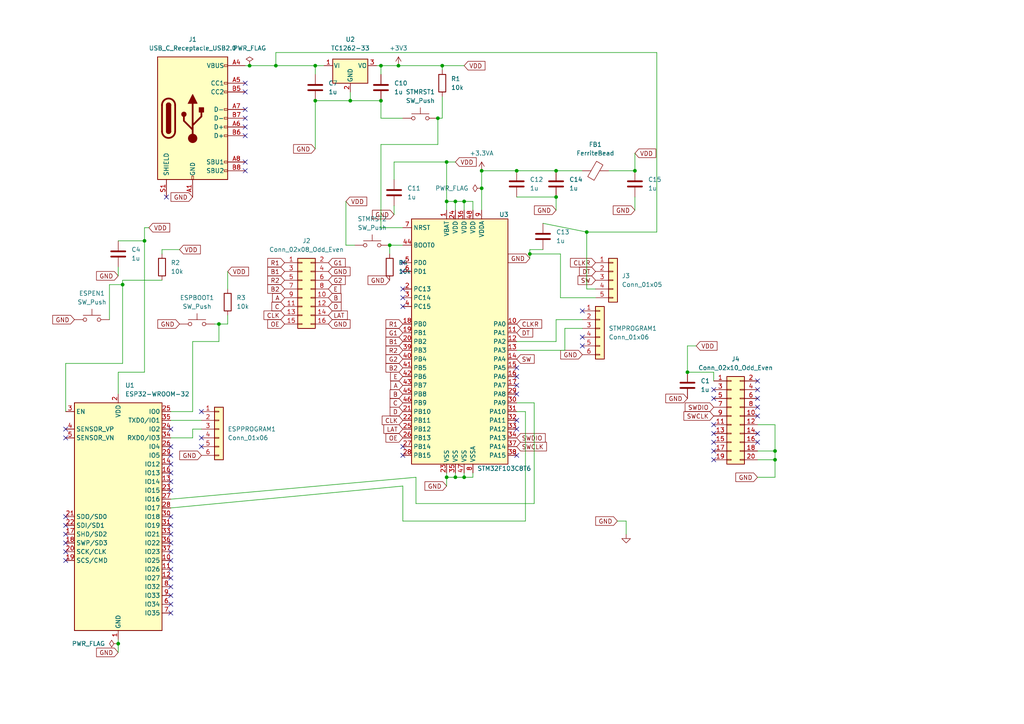
<source format=kicad_sch>
(kicad_sch (version 20211123) (generator eeschema)
  (paper "A4")
  (lib_symbols
    (symbol "Connector:USB_C_Receptacle_USB2.0" (pin_names (offset 1.016))
      (property "Reference" "J" (at -10.16 19.05 0))
      (property "Value" "USB_C_Receptacle_USB2.0" (at 19.05 19.05 0))
      (symbol "USB_C_Receptacle_USB2.0_0_0"
        (rectangle (start -0.254 -17.78) (end 0.254 -16.764))
        (rectangle (start 10.16 -14.986) (end 9.144 -15.494))
        (rectangle (start 10.16 -12.446) (end 9.144 -12.954))
        (rectangle (start 10.16 -4.826) (end 9.144 -5.334))
        (rectangle (start 10.16 -2.286) (end 9.144 -2.794))
        (rectangle (start 10.16 0.254) (end 9.144 -0.254))
        (rectangle (start 10.16 2.794) (end 9.144 2.286))
        (rectangle (start 10.16 7.874) (end 9.144 7.366))
        (rectangle (start 10.16 10.414) (end 9.144 9.906))
        (rectangle (start 10.16 15.494) (end 9.144 14.986))
      )
      (symbol "USB_C_Receptacle_USB2.0_0_1"
        (rectangle (start -10.16 17.78) (end 10.16 -17.78) (stroke (width 0.254)) (fill (type background)))
        (arc (start -8.89 -3.81) (mid -6.985 -5.715) (end -5.08 -3.81) (stroke (width 0.508)))
        (arc (start -7.62 -3.81) (mid -6.985 -4.445) (end -6.35 -3.81) (stroke (width 0.254)))
        (arc (start -7.62 -3.81) (mid -6.985 -4.445) (end -6.35 -3.81) (stroke (width 0.254)) (fill (type outline)))
        (rectangle (start -7.62 -3.81) (end -6.35 3.81) (stroke (width 0.254)) (fill (type outline)))
        (arc (start -6.35 3.81) (mid -6.985 4.445) (end -7.62 3.81) (stroke (width 0.254)))
        (arc (start -6.35 3.81) (mid -6.985 4.445) (end -7.62 3.81) (stroke (width 0.254)) (fill (type outline)))
        (arc (start -5.08 3.81) (mid -6.985 5.715) (end -8.89 3.81) (stroke (width 0.508)))
        (circle (center -2.54 1.143) (radius 0.635) (stroke (width 0.254)) (fill (type outline)))
        (circle (center 0 -5.842) (radius 1.27) (fill (type outline)))
        (polyline (pts (xy -8.89 -3.81) (xy -8.89 3.81)) (stroke (width 0.508)))
        (polyline (pts (xy -5.08 3.81) (xy -5.08 -3.81)) (stroke (width 0.508)))
        (polyline (pts (xy 0 -5.842) (xy 0 4.318)) (stroke (width 0.508)))
        (polyline (pts (xy 0 -3.302) (xy -2.54 -0.762) (xy -2.54 0.508)) (stroke (width 0.508)))
        (polyline (pts (xy 0 -2.032) (xy 2.54 0.508) (xy 2.54 1.778)) (stroke (width 0.508)))
        (polyline (pts (xy -1.27 4.318) (xy 0 6.858) (xy 1.27 4.318) (xy -1.27 4.318)) (stroke (width 0.254)) (fill (type outline)))
        (rectangle (start 1.905 1.778) (end 3.175 3.048) (stroke (width 0.254)) (fill (type outline)))
      )
      (symbol "USB_C_Receptacle_USB2.0_1_1"
        (pin passive line (at 0 -22.86 90) (length 5.08) (name "GND") (number "A1"))
        (pin passive line (at 0 -22.86 90) (length 5.08) hide (name "GND") (number "A12"))
        (pin passive line (at 15.24 15.24 180) (length 5.08) (name "VBUS") (number "A4"))
        (pin bidirectional line (at 15.24 10.16 180) (length 5.08) (name "CC1") (number "A5"))
        (pin bidirectional line (at 15.24 -2.54 180) (length 5.08) (name "D+") (number "A6"))
        (pin bidirectional line (at 15.24 2.54 180) (length 5.08) (name "D-") (number "A7"))
        (pin bidirectional line (at 15.24 -12.7 180) (length 5.08) (name "SBU1") (number "A8"))
        (pin passive line (at 15.24 15.24 180) (length 5.08) hide (name "VBUS") (number "A9"))
        (pin passive line (at 0 -22.86 90) (length 5.08) hide (name "GND") (number "B1"))
        (pin passive line (at 0 -22.86 90) (length 5.08) hide (name "GND") (number "B12"))
        (pin passive line (at 15.24 15.24 180) (length 5.08) hide (name "VBUS") (number "B4"))
        (pin bidirectional line (at 15.24 7.62 180) (length 5.08) (name "CC2") (number "B5"))
        (pin bidirectional line (at 15.24 -5.08 180) (length 5.08) (name "D+") (number "B6"))
        (pin bidirectional line (at 15.24 0 180) (length 5.08) (name "D-") (number "B7"))
        (pin bidirectional line (at 15.24 -15.24 180) (length 5.08) (name "SBU2") (number "B8"))
        (pin passive line (at 15.24 15.24 180) (length 5.08) hide (name "VBUS") (number "B9"))
        (pin passive line (at -7.62 -22.86 90) (length 5.08) (name "SHIELD") (number "S1"))
      )
    )
    (symbol "Connector_Generic:Conn_01x05" (pin_names (offset 1.016) hide)
      (property "Reference" "J" (at 0 7.62 0))
      (property "Value" "Conn_01x05" (at 0 -7.62 0))
      (symbol "Conn_01x05_1_1"
        (rectangle (start -1.27 -4.953) (end 0 -5.207) (stroke (width 0.1524)))
        (rectangle (start -1.27 -2.413) (end 0 -2.667) (stroke (width 0.1524)))
        (rectangle (start -1.27 0.127) (end 0 -0.127) (stroke (width 0.1524)))
        (rectangle (start -1.27 2.667) (end 0 2.413) (stroke (width 0.1524)))
        (rectangle (start -1.27 5.207) (end 0 4.953) (stroke (width 0.1524)))
        (rectangle (start -1.27 6.35) (end 1.27 -6.35) (stroke (width 0.254)) (fill (type background)))
        (pin passive line (at -5.08 5.08 0) (length 3.81) (name "Pin_1") (number "1"))
        (pin passive line (at -5.08 2.54 0) (length 3.81) (name "Pin_2") (number "2"))
        (pin passive line (at -5.08 0 0) (length 3.81) (name "Pin_3") (number "3"))
        (pin passive line (at -5.08 -2.54 0) (length 3.81) (name "Pin_4") (number "4"))
        (pin passive line (at -5.08 -5.08 0) (length 3.81) (name "Pin_5") (number "5"))
      )
    )
    (symbol "Connector_Generic:Conn_01x06" (pin_names (offset 1.016) hide)
      (property "Reference" "J" (at 0 7.62 0))
      (property "Value" "Conn_01x06" (at 0 -10.16 0))
      (symbol "Conn_01x06_1_1"
        (rectangle (start -1.27 -7.493) (end 0 -7.747) (stroke (width 0.1524)))
        (rectangle (start -1.27 -4.953) (end 0 -5.207) (stroke (width 0.1524)))
        (rectangle (start -1.27 -2.413) (end 0 -2.667) (stroke (width 0.1524)))
        (rectangle (start -1.27 0.127) (end 0 -0.127) (stroke (width 0.1524)))
        (rectangle (start -1.27 2.667) (end 0 2.413) (stroke (width 0.1524)))
        (rectangle (start -1.27 5.207) (end 0 4.953) (stroke (width 0.1524)))
        (rectangle (start -1.27 6.35) (end 1.27 -8.89) (stroke (width 0.254)) (fill (type background)))
        (pin passive line (at -5.08 5.08 0) (length 3.81) (name "Pin_1") (number "1"))
        (pin passive line (at -5.08 2.54 0) (length 3.81) (name "Pin_2") (number "2"))
        (pin passive line (at -5.08 0 0) (length 3.81) (name "Pin_3") (number "3"))
        (pin passive line (at -5.08 -2.54 0) (length 3.81) (name "Pin_4") (number "4"))
        (pin passive line (at -5.08 -5.08 0) (length 3.81) (name "Pin_5") (number "5"))
        (pin passive line (at -5.08 -7.62 0) (length 3.81) (name "Pin_6") (number "6"))
      )
    )
    (symbol "Connector_Generic:Conn_02x08_Odd_Even" (pin_names (offset 1.016) hide)
      (property "Reference" "J" (at 1.27 10.16 0))
      (property "Value" "Conn_02x08_Odd_Even" (at 1.27 -12.7 0))
      (symbol "Conn_02x08_Odd_Even_1_1"
        (rectangle (start -1.27 -10.033) (end 0 -10.287) (stroke (width 0.1524)))
        (rectangle (start -1.27 -7.493) (end 0 -7.747) (stroke (width 0.1524)))
        (rectangle (start -1.27 -4.953) (end 0 -5.207) (stroke (width 0.1524)))
        (rectangle (start -1.27 -2.413) (end 0 -2.667) (stroke (width 0.1524)))
        (rectangle (start -1.27 0.127) (end 0 -0.127) (stroke (width 0.1524)))
        (rectangle (start -1.27 2.667) (end 0 2.413) (stroke (width 0.1524)))
        (rectangle (start -1.27 5.207) (end 0 4.953) (stroke (width 0.1524)))
        (rectangle (start -1.27 7.747) (end 0 7.493) (stroke (width 0.1524)))
        (rectangle (start -1.27 8.89) (end 3.81 -11.43) (stroke (width 0.254)) (fill (type background)))
        (rectangle (start 3.81 -10.033) (end 2.54 -10.287) (stroke (width 0.1524)))
        (rectangle (start 3.81 -7.493) (end 2.54 -7.747) (stroke (width 0.1524)))
        (rectangle (start 3.81 -4.953) (end 2.54 -5.207) (stroke (width 0.1524)))
        (rectangle (start 3.81 -2.413) (end 2.54 -2.667) (stroke (width 0.1524)))
        (rectangle (start 3.81 0.127) (end 2.54 -0.127) (stroke (width 0.1524)))
        (rectangle (start 3.81 2.667) (end 2.54 2.413) (stroke (width 0.1524)))
        (rectangle (start 3.81 5.207) (end 2.54 4.953) (stroke (width 0.1524)))
        (rectangle (start 3.81 7.747) (end 2.54 7.493) (stroke (width 0.1524)))
        (pin passive line (at -5.08 7.62 0) (length 3.81) (name "Pin_1") (number "1"))
        (pin passive line (at 7.62 -2.54 180) (length 3.81) (name "Pin_10") (number "10"))
        (pin passive line (at -5.08 -5.08 0) (length 3.81) (name "Pin_11") (number "11"))
        (pin passive line (at 7.62 -5.08 180) (length 3.81) (name "Pin_12") (number "12"))
        (pin passive line (at -5.08 -7.62 0) (length 3.81) (name "Pin_13") (number "13"))
        (pin passive line (at 7.62 -7.62 180) (length 3.81) (name "Pin_14") (number "14"))
        (pin passive line (at -5.08 -10.16 0) (length 3.81) (name "Pin_15") (number "15"))
        (pin passive line (at 7.62 -10.16 180) (length 3.81) (name "Pin_16") (number "16"))
        (pin passive line (at 7.62 7.62 180) (length 3.81) (name "Pin_2") (number "2"))
        (pin passive line (at -5.08 5.08 0) (length 3.81) (name "Pin_3") (number "3"))
        (pin passive line (at 7.62 5.08 180) (length 3.81) (name "Pin_4") (number "4"))
        (pin passive line (at -5.08 2.54 0) (length 3.81) (name "Pin_5") (number "5"))
        (pin passive line (at 7.62 2.54 180) (length 3.81) (name "Pin_6") (number "6"))
        (pin passive line (at -5.08 0 0) (length 3.81) (name "Pin_7") (number "7"))
        (pin passive line (at 7.62 0 180) (length 3.81) (name "Pin_8") (number "8"))
        (pin passive line (at -5.08 -2.54 0) (length 3.81) (name "Pin_9") (number "9"))
      )
    )
    (symbol "Connector_Generic:Conn_02x10_Odd_Even" (pin_names (offset 1.016) hide)
      (property "Reference" "J" (at 1.27 12.7 0))
      (property "Value" "Conn_02x10_Odd_Even" (at 1.27 -15.24 0))
      (symbol "Conn_02x10_Odd_Even_1_1"
        (rectangle (start -1.27 -12.573) (end 0 -12.827) (stroke (width 0.1524)))
        (rectangle (start -1.27 -10.033) (end 0 -10.287) (stroke (width 0.1524)))
        (rectangle (start -1.27 -7.493) (end 0 -7.747) (stroke (width 0.1524)))
        (rectangle (start -1.27 -4.953) (end 0 -5.207) (stroke (width 0.1524)))
        (rectangle (start -1.27 -2.413) (end 0 -2.667) (stroke (width 0.1524)))
        (rectangle (start -1.27 0.127) (end 0 -0.127) (stroke (width 0.1524)))
        (rectangle (start -1.27 2.667) (end 0 2.413) (stroke (width 0.1524)))
        (rectangle (start -1.27 5.207) (end 0 4.953) (stroke (width 0.1524)))
        (rectangle (start -1.27 7.747) (end 0 7.493) (stroke (width 0.1524)))
        (rectangle (start -1.27 10.287) (end 0 10.033) (stroke (width 0.1524)))
        (rectangle (start -1.27 11.43) (end 3.81 -13.97) (stroke (width 0.254)) (fill (type background)))
        (rectangle (start 3.81 -12.573) (end 2.54 -12.827) (stroke (width 0.1524)))
        (rectangle (start 3.81 -10.033) (end 2.54 -10.287) (stroke (width 0.1524)))
        (rectangle (start 3.81 -7.493) (end 2.54 -7.747) (stroke (width 0.1524)))
        (rectangle (start 3.81 -4.953) (end 2.54 -5.207) (stroke (width 0.1524)))
        (rectangle (start 3.81 -2.413) (end 2.54 -2.667) (stroke (width 0.1524)))
        (rectangle (start 3.81 0.127) (end 2.54 -0.127) (stroke (width 0.1524)))
        (rectangle (start 3.81 2.667) (end 2.54 2.413) (stroke (width 0.1524)))
        (rectangle (start 3.81 5.207) (end 2.54 4.953) (stroke (width 0.1524)))
        (rectangle (start 3.81 7.747) (end 2.54 7.493) (stroke (width 0.1524)))
        (rectangle (start 3.81 10.287) (end 2.54 10.033) (stroke (width 0.1524)))
        (pin passive line (at -5.08 10.16 0) (length 3.81) (name "Pin_1") (number "1"))
        (pin passive line (at 7.62 0 180) (length 3.81) (name "Pin_10") (number "10"))
        (pin passive line (at -5.08 -2.54 0) (length 3.81) (name "Pin_11") (number "11"))
        (pin passive line (at 7.62 -2.54 180) (length 3.81) (name "Pin_12") (number "12"))
        (pin passive line (at -5.08 -5.08 0) (length 3.81) (name "Pin_13") (number "13"))
        (pin passive line (at 7.62 -5.08 180) (length 3.81) (name "Pin_14") (number "14"))
        (pin passive line (at -5.08 -7.62 0) (length 3.81) (name "Pin_15") (number "15"))
        (pin passive line (at 7.62 -7.62 180) (length 3.81) (name "Pin_16") (number "16"))
        (pin passive line (at -5.08 -10.16 0) (length 3.81) (name "Pin_17") (number "17"))
        (pin passive line (at 7.62 -10.16 180) (length 3.81) (name "Pin_18") (number "18"))
        (pin passive line (at -5.08 -12.7 0) (length 3.81) (name "Pin_19") (number "19"))
        (pin passive line (at 7.62 10.16 180) (length 3.81) (name "Pin_2") (number "2"))
        (pin passive line (at 7.62 -12.7 180) (length 3.81) (name "Pin_20") (number "20"))
        (pin passive line (at -5.08 7.62 0) (length 3.81) (name "Pin_3") (number "3"))
        (pin passive line (at 7.62 7.62 180) (length 3.81) (name "Pin_4") (number "4"))
        (pin passive line (at -5.08 5.08 0) (length 3.81) (name "Pin_5") (number "5"))
        (pin passive line (at 7.62 5.08 180) (length 3.81) (name "Pin_6") (number "6"))
        (pin passive line (at -5.08 2.54 0) (length 3.81) (name "Pin_7") (number "7"))
        (pin passive line (at 7.62 2.54 180) (length 3.81) (name "Pin_8") (number "8"))
        (pin passive line (at -5.08 0 0) (length 3.81) (name "Pin_9") (number "9"))
      )
    )
    (symbol "Device:C" (pin_numbers hide) (pin_names (offset 0.254))
      (property "Reference" "C" (at 0.635 2.54 0))
      (property "Value" "C" (at 0.635 -2.54 0))
      (symbol "C_0_1"
        (polyline (pts (xy -2.032 -0.762) (xy 2.032 -0.762)) (stroke (width 0.508)))
        (polyline (pts (xy -2.032 0.762) (xy 2.032 0.762)) (stroke (width 0.508)))
      )
      (symbol "C_1_1"
        (pin passive line (at 0 3.81 270) (length 2.794) (name "~") (number "1"))
        (pin passive line (at 0 -3.81 90) (length 2.794) (name "~") (number "2"))
      )
    )
    (symbol "Device:FerriteBead" (pin_numbers hide) (pin_names (offset 0))
      (property "Reference" "FB" (at -3.81 0.635 90))
      (property "Value" "FerriteBead" (at 3.81 0 90))
      (symbol "FerriteBead_0_1"
        (polyline (pts (xy 0 -1.27) (xy 0 -1.2192)))
        (polyline (pts (xy 0 1.27) (xy 0 1.2954)))
        (polyline (pts (xy -2.7686 0.4064) (xy -1.7018 2.2606) (xy 2.7686 -0.3048) (xy 1.6764 -2.159) (xy -2.7686 0.4064)))
      )
      (symbol "FerriteBead_1_1"
        (pin passive line (at 0 3.81 270) (length 2.54) (name "~") (number "1"))
        (pin passive line (at 0 -3.81 90) (length 2.54) (name "~") (number "2"))
      )
    )
    (symbol "Device:R" (pin_numbers hide) (pin_names (offset 0))
      (property "Reference" "R" (at 2.032 0 90))
      (property "Value" "R" (at 0 0 90))
      (symbol "R_0_1"
        (rectangle (start -1.016 -2.54) (end 1.016 2.54) (stroke (width 0.254)))
      )
      (symbol "R_1_1"
        (pin passive line (at 0 3.81 270) (length 1.27) (name "~") (number "1"))
        (pin passive line (at 0 -3.81 90) (length 1.27) (name "~") (number "2"))
      )
    )
    (symbol "MCU_ST_STM32F1:STM32F103C8Tx"
      (property "Reference" "U" (at -15.24 36.83 0))
      (property "Value" "STM32F103C8Tx" (at 7.62 36.83 0))
      (symbol "STM32F103C8Tx_0_1"
        (rectangle (start -15.24 -35.56) (end 12.7 35.56) (stroke (width 0.254)) (fill (type background)))
      )
      (symbol "STM32F103C8Tx_1_1"
        (pin power_in line (at -5.08 38.1 270) (length 2.54) (name "VBAT") (number "1"))
        (pin bidirectional line (at 15.24 5.08 180) (length 2.54) (name "PA0") (number "10"))
        (pin bidirectional line (at 15.24 2.54 180) (length 2.54) (name "PA1") (number "11"))
        (pin bidirectional line (at 15.24 0 180) (length 2.54) (name "PA2") (number "12"))
        (pin bidirectional line (at 15.24 -2.54 180) (length 2.54) (name "PA3") (number "13"))
        (pin bidirectional line (at 15.24 -5.08 180) (length 2.54) (name "PA4") (number "14"))
        (pin bidirectional line (at 15.24 -7.62 180) (length 2.54) (name "PA5") (number "15"))
        (pin bidirectional line (at 15.24 -10.16 180) (length 2.54) (name "PA6") (number "16"))
        (pin bidirectional line (at 15.24 -12.7 180) (length 2.54) (name "PA7") (number "17"))
        (pin bidirectional line (at -17.78 5.08 0) (length 2.54) (name "PB0") (number "18"))
        (pin bidirectional line (at -17.78 2.54 0) (length 2.54) (name "PB1") (number "19"))
        (pin bidirectional line (at -17.78 15.24 0) (length 2.54) (name "PC13") (number "2"))
        (pin bidirectional line (at -17.78 0 0) (length 2.54) (name "PB2") (number "20"))
        (pin bidirectional line (at -17.78 -20.32 0) (length 2.54) (name "PB10") (number "21"))
        (pin bidirectional line (at -17.78 -22.86 0) (length 2.54) (name "PB11") (number "22"))
        (pin power_in line (at -5.08 -38.1 90) (length 2.54) (name "VSS") (number "23"))
        (pin power_in line (at -2.54 38.1 270) (length 2.54) (name "VDD") (number "24"))
        (pin bidirectional line (at -17.78 -25.4 0) (length 2.54) (name "PB12") (number "25"))
        (pin bidirectional line (at -17.78 -27.94 0) (length 2.54) (name "PB13") (number "26"))
        (pin bidirectional line (at -17.78 -30.48 0) (length 2.54) (name "PB14") (number "27"))
        (pin bidirectional line (at -17.78 -33.02 0) (length 2.54) (name "PB15") (number "28"))
        (pin bidirectional line (at 15.24 -15.24 180) (length 2.54) (name "PA8") (number "29"))
        (pin bidirectional line (at -17.78 12.7 0) (length 2.54) (name "PC14") (number "3"))
        (pin bidirectional line (at 15.24 -17.78 180) (length 2.54) (name "PA9") (number "30"))
        (pin bidirectional line (at 15.24 -20.32 180) (length 2.54) (name "PA10") (number "31"))
        (pin bidirectional line (at 15.24 -22.86 180) (length 2.54) (name "PA11") (number "32"))
        (pin bidirectional line (at 15.24 -25.4 180) (length 2.54) (name "PA12") (number "33"))
        (pin bidirectional line (at 15.24 -27.94 180) (length 2.54) (name "PA13") (number "34"))
        (pin power_in line (at -2.54 -38.1 90) (length 2.54) (name "VSS") (number "35"))
        (pin power_in line (at 0 38.1 270) (length 2.54) (name "VDD") (number "36"))
        (pin bidirectional line (at 15.24 -30.48 180) (length 2.54) (name "PA14") (number "37"))
        (pin bidirectional line (at 15.24 -33.02 180) (length 2.54) (name "PA15") (number "38"))
        (pin bidirectional line (at -17.78 -2.54 0) (length 2.54) (name "PB3") (number "39"))
        (pin bidirectional line (at -17.78 10.16 0) (length 2.54) (name "PC15") (number "4"))
        (pin bidirectional line (at -17.78 -5.08 0) (length 2.54) (name "PB4") (number "40"))
        (pin bidirectional line (at -17.78 -7.62 0) (length 2.54) (name "PB5") (number "41"))
        (pin bidirectional line (at -17.78 -10.16 0) (length 2.54) (name "PB6") (number "42"))
        (pin bidirectional line (at -17.78 -12.7 0) (length 2.54) (name "PB7") (number "43"))
        (pin input line (at -17.78 27.94 0) (length 2.54) (name "BOOT0") (number "44"))
        (pin bidirectional line (at -17.78 -15.24 0) (length 2.54) (name "PB8") (number "45"))
        (pin bidirectional line (at -17.78 -17.78 0) (length 2.54) (name "PB9") (number "46"))
        (pin power_in line (at 0 -38.1 90) (length 2.54) (name "VSS") (number "47"))
        (pin power_in line (at 2.54 38.1 270) (length 2.54) (name "VDD") (number "48"))
        (pin input line (at -17.78 22.86 0) (length 2.54) (name "PD0") (number "5"))
        (pin input line (at -17.78 20.32 0) (length 2.54) (name "PD1") (number "6"))
        (pin input line (at -17.78 33.02 0) (length 2.54) (name "NRST") (number "7"))
        (pin power_in line (at 2.54 -38.1 90) (length 2.54) (name "VSSA") (number "8"))
        (pin power_in line (at 5.08 38.1 270) (length 2.54) (name "VDDA") (number "9"))
      )
    )
    (symbol "RF_Module:ESP32-WROOM-32"
      (property "Reference" "U" (at -12.7 34.29 0))
      (property "Value" "ESP32-WROOM-32" (at 1.27 34.29 0))
      (symbol "ESP32-WROOM-32_0_1"
        (rectangle (start -12.7 33.02) (end 12.7 -33.02) (stroke (width 0.254)) (fill (type background)))
      )
      (symbol "ESP32-WROOM-32_1_1"
        (pin power_in line (at 0 -35.56 90) (length 2.54) (name "GND") (number "1"))
        (pin bidirectional line (at 15.24 -12.7 180) (length 2.54) (name "IO25") (number "10"))
        (pin bidirectional line (at 15.24 -15.24 180) (length 2.54) (name "IO26") (number "11"))
        (pin bidirectional line (at 15.24 -17.78 180) (length 2.54) (name "IO27") (number "12"))
        (pin bidirectional line (at 15.24 10.16 180) (length 2.54) (name "IO14") (number "13"))
        (pin bidirectional line (at 15.24 15.24 180) (length 2.54) (name "IO12") (number "14"))
        (pin passive line (at 0 -35.56 90) (length 2.54) hide (name "GND") (number "15"))
        (pin bidirectional line (at 15.24 12.7 180) (length 2.54) (name "IO13") (number "16"))
        (pin bidirectional line (at -15.24 -5.08 0) (length 2.54) (name "SHD/SD2") (number "17"))
        (pin bidirectional line (at -15.24 -7.62 0) (length 2.54) (name "SWP/SD3") (number "18"))
        (pin bidirectional line (at -15.24 -12.7 0) (length 2.54) (name "SCS/CMD") (number "19"))
        (pin power_in line (at 0 35.56 270) (length 2.54) (name "VDD") (number "2"))
        (pin bidirectional line (at -15.24 -10.16 0) (length 2.54) (name "SCK/CLK") (number "20"))
        (pin bidirectional line (at -15.24 0 0) (length 2.54) (name "SDO/SD0") (number "21"))
        (pin bidirectional line (at -15.24 -2.54 0) (length 2.54) (name "SDI/SD1") (number "22"))
        (pin bidirectional line (at 15.24 7.62 180) (length 2.54) (name "IO15") (number "23"))
        (pin bidirectional line (at 15.24 25.4 180) (length 2.54) (name "IO2") (number "24"))
        (pin bidirectional line (at 15.24 30.48 180) (length 2.54) (name "IO0") (number "25"))
        (pin bidirectional line (at 15.24 20.32 180) (length 2.54) (name "IO4") (number "26"))
        (pin bidirectional line (at 15.24 5.08 180) (length 2.54) (name "IO16") (number "27"))
        (pin bidirectional line (at 15.24 2.54 180) (length 2.54) (name "IO17") (number "28"))
        (pin bidirectional line (at 15.24 17.78 180) (length 2.54) (name "IO5") (number "29"))
        (pin input line (at -15.24 30.48 0) (length 2.54) (name "EN") (number "3"))
        (pin bidirectional line (at 15.24 0 180) (length 2.54) (name "IO18") (number "30"))
        (pin bidirectional line (at 15.24 -2.54 180) (length 2.54) (name "IO19") (number "31"))
        (pin no_connect line (at -12.7 -27.94 0) (length 2.54) hide (name "NC") (number "32"))
        (pin bidirectional line (at 15.24 -5.08 180) (length 2.54) (name "IO21") (number "33"))
        (pin bidirectional line (at 15.24 22.86 180) (length 2.54) (name "RXD0/IO3") (number "34"))
        (pin bidirectional line (at 15.24 27.94 180) (length 2.54) (name "TXD0/IO1") (number "35"))
        (pin bidirectional line (at 15.24 -7.62 180) (length 2.54) (name "IO22") (number "36"))
        (pin bidirectional line (at 15.24 -10.16 180) (length 2.54) (name "IO23") (number "37"))
        (pin passive line (at 0 -35.56 90) (length 2.54) hide (name "GND") (number "38"))
        (pin passive line (at 0 -35.56 90) (length 2.54) hide (name "GND") (number "39"))
        (pin input line (at -15.24 25.4 0) (length 2.54) (name "SENSOR_VP") (number "4"))
        (pin input line (at -15.24 22.86 0) (length 2.54) (name "SENSOR_VN") (number "5"))
        (pin input line (at 15.24 -25.4 180) (length 2.54) (name "IO34") (number "6"))
        (pin input line (at 15.24 -27.94 180) (length 2.54) (name "IO35") (number "7"))
        (pin bidirectional line (at 15.24 -20.32 180) (length 2.54) (name "IO32") (number "8"))
        (pin bidirectional line (at 15.24 -22.86 180) (length 2.54) (name "IO33") (number "9"))
      )
    )
    (symbol "Regulator_Linear:TC1262-33" (pin_names (offset 0.254))
      (property "Reference" "U" (at -3.81 3.175 0))
      (property "Value" "TC1262-33" (at 0 3.175 0))
      (symbol "TC1262-33_1_1"
        (rectangle (start -5.08 1.905) (end 5.08 -5.08) (stroke (width 0.254)) (fill (type background)))
        (pin power_in line (at -7.62 0 0) (length 2.54) (name "VI") (number "1"))
        (pin power_in line (at 0 -7.62 90) (length 2.54) (name "GND") (number "2"))
        (pin power_out line (at 7.62 0 180) (length 2.54) (name "VO") (number "3"))
      )
    )
    (symbol "Switch:SW_Push" (pin_numbers hide) (pin_names (offset 1.016) hide)
      (property "Reference" "SW" (at 1.27 2.54 0))
      (property "Value" "SW_Push" (at 0 -1.524 0))
      (symbol "SW_Push_0_1"
        (circle (center -2.032 0) (radius 0.508))
        (polyline (pts (xy 0 1.27) (xy 0 3.048)))
        (polyline (pts (xy 2.54 1.27) (xy -2.54 1.27)))
        (circle (center 2.032 0) (radius 0.508))
        (pin passive line (at -5.08 0 0) (length 2.54) (name "1") (number "1"))
        (pin passive line (at 5.08 0 180) (length 2.54) (name "2") (number "2"))
      )
    )
    (symbol "power:+3.3V" (power) (pin_names (offset 0))
      (property "Value" "+3.3V" (at 0 3.556 0))
      (symbol "+3.3V_0_1"
        (polyline (pts (xy -0.762 1.27) (xy 0 2.54)))
        (polyline (pts (xy 0 0) (xy 0 2.54)))
        (polyline (pts (xy 0 2.54) (xy 0.762 1.27)))
      )
      (symbol "+3.3V_1_1"
        (pin power_in line (at 0 0 90) (length 0) hide (name "+3V3") (number "1"))
      )
    )
    (symbol "power:+3.3VA" (power) (pin_names (offset 0))
      (property "Value" "+3.3VA" (at 0 3.556 0))
      (symbol "+3.3VA_0_1"
        (polyline (pts (xy -0.762 1.27) (xy 0 2.54)))
        (polyline (pts (xy 0 0) (xy 0 2.54)))
        (polyline (pts (xy 0 2.54) (xy 0.762 1.27)))
      )
      (symbol "+3.3VA_1_1"
        (pin power_in line (at 0 0 90) (length 0) hide (name "+3.3VA") (number "1"))
      )
    )
    (symbol "power:GND" (power) (pin_names (offset 0))
      (property "Value" "GND" (at 0 -3.81 0))
      (symbol "GND_0_1"
        (polyline (pts (xy 0 0) (xy 0 -1.27) (xy 1.27 -1.27) (xy 0 -2.54) (xy -1.27 -1.27) (xy 0 -1.27)))
      )
      (symbol "GND_1_1"
        (pin power_in line (at 0 0 270) (length 0) hide (name "GND") (number "1"))
      )
    )
    (symbol "power:PWR_FLAG" (power) (pin_numbers hide) (pin_names (offset 0) hide)
      (property "Value" "PWR_FLAG" (at 0 3.81 0))
      (symbol "PWR_FLAG_0_0"
        (pin power_out line (at 0 0 90) (length 0) (name "pwr") (number "1"))
      )
      (symbol "PWR_FLAG_0_1"
        (polyline (pts (xy 0 0) (xy 0 1.27) (xy -1.016 1.905) (xy 0 2.54) (xy 1.016 1.905) (xy 0 1.27)))
      )
    )
  )
  (junction (at 34.29 186.69))
  (junction (at 41.91 69.85))
  (junction (at 128.27 19.05))
  (junction (at 153.67 73.66))
  (junction (at 101.6 29.21))
  (junction (at 132.08 58.42))
  (junction (at 134.62 58.42))
  (junction (at 139.7 54.61))
  (junction (at 132.08 138.43))
  (junction (at 110.49 29.21))
  (junction (at 199.39 107.95))
  (junction (at 129.54 138.43))
  (junction (at 224.79 130.81))
  (junction (at 91.44 29.21))
  (junction (at 184.15 49.53))
  (junction (at 63.5 93.98))
  (junction (at 139.7 49.53))
  (junction (at 127 34.29))
  (junction (at 115.57 19.05))
  (junction (at 110.49 19.05))
  (junction (at 129.54 58.42))
  (junction (at 161.29 49.53))
  (junction (at 134.62 138.43))
  (junction (at 35.56 82.55))
  (junction (at 113.03 71.12))
  (junction (at 129.54 46.99))
  (junction (at 80.01 19.05))
  (junction (at 72.39 19.05))
  (junction (at 161.29 57.15))
  (junction (at 170.18 67.31))
  (junction (at 91.44 19.05))
  (junction (at 149.86 49.53))
  (junction (at 224.79 133.35))
  (no_connect (at 49.53 134.62))
  (no_connect (at 49.53 137.16))
  (no_connect (at 49.53 139.7))
  (no_connect (at 49.53 142.24))
  (no_connect (at 49.53 149.86))
  (no_connect (at 49.53 152.4))
  (no_connect (at 49.53 154.94))
  (no_connect (at 49.53 157.48))
  (no_connect (at 49.53 132.08))
  (no_connect (at 49.53 129.54))
  (no_connect (at 49.53 160.02))
  (no_connect (at 49.53 162.56))
  (no_connect (at 49.53 165.1))
  (no_connect (at 49.53 172.72))
  (no_connect (at 49.53 167.64))
  (no_connect (at 49.53 170.18))
  (no_connect (at 49.53 175.26))
  (no_connect (at 49.53 177.8))
  (no_connect (at 19.05 149.86))
  (no_connect (at 19.05 152.4))
  (no_connect (at 19.05 154.94))
  (no_connect (at 19.05 157.48))
  (no_connect (at 19.05 160.02))
  (no_connect (at 19.05 162.56))
  (no_connect (at 219.71 125.73))
  (no_connect (at 219.71 128.27))
  (no_connect (at 219.71 110.49))
  (no_connect (at 219.71 113.03))
  (no_connect (at 219.71 115.57))
  (no_connect (at 219.71 118.11))
  (no_connect (at 219.71 120.65))
  (no_connect (at 207.01 133.35))
  (no_connect (at 207.01 130.81))
  (no_connect (at 207.01 128.27))
  (no_connect (at 207.01 125.73))
  (no_connect (at 207.01 123.19))
  (no_connect (at 207.01 115.57))
  (no_connect (at 207.01 113.03))
  (no_connect (at 71.12 39.37))
  (no_connect (at 19.05 124.46))
  (no_connect (at 19.05 127))
  (no_connect (at 116.84 88.9))
  (no_connect (at 116.84 78.74))
  (no_connect (at 116.84 83.82))
  (no_connect (at 116.84 86.36))
  (no_connect (at 149.86 124.46))
  (no_connect (at 149.86 132.08))
  (no_connect (at 149.86 106.68))
  (no_connect (at 149.86 109.22))
  (no_connect (at 149.86 111.76))
  (no_connect (at 149.86 114.3))
  (no_connect (at 149.86 121.92))
  (no_connect (at 116.84 129.54))
  (no_connect (at 116.84 132.08))
  (no_connect (at 116.84 76.2))
  (no_connect (at 49.53 124.46))
  (no_connect (at 58.42 127))
  (no_connect (at 58.42 129.54))
  (no_connect (at 58.42 119.38))
  (no_connect (at 71.12 24.13))
  (no_connect (at 71.12 26.67))
  (no_connect (at 71.12 31.75))
  (no_connect (at 71.12 34.29))
  (no_connect (at 71.12 36.83))
  (no_connect (at 71.12 46.99))
  (no_connect (at 71.12 49.53))
  (no_connect (at 48.26 57.15))
  (no_connect (at 168.91 90.17))
  (no_connect (at 168.91 100.33))
  (no_connect (at 168.91 97.79))
  (wire (pts (xy 49.53 119.38) (xy 55.88 119.38)))
  (wire (pts (xy 80.01 19.05) (xy 91.44 19.05)))
  (wire (pts (xy 110.49 41.91) (xy 110.49 66.04)))
  (wire (pts (xy 153.67 73.66) (xy 153.67 72.39)))
  (wire (pts (xy 63.5 99.06) (xy 63.5 93.98)))
  (wire (pts (xy 129.54 46.99) (xy 129.54 58.42)))
  (wire (pts (xy 41.91 107.95) (xy 41.91 69.85)))
  (wire (pts (xy 152.4 119.38) (xy 149.86 119.38)))
  (wire (pts (xy 46.99 81.28) (xy 35.56 81.28)))
  (wire (pts (xy 80.01 19.05) (xy 80.01 15.24)))
  (wire (pts (xy 161.29 99.06) (xy 161.29 92.71)))
  (wire (pts (xy 66.04 78.74) (xy 66.04 83.82)))
  (wire (pts (xy 116.84 151.13) (xy 152.4 151.13)))
  (wire (pts (xy 110.49 19.05) (xy 110.49 21.59)))
  (wire (pts (xy 116.84 140.97) (xy 116.84 151.13)))
  (wire (pts (xy 91.44 43.18) (xy 91.44 29.21)))
  (wire (pts (xy 128.27 34.29) (xy 127 34.29)))
  (wire (pts (xy 199.39 107.95) (xy 199.39 100.33)))
  (wire (pts (xy 46.99 72.39) (xy 46.99 73.66)))
  (wire (pts (xy 72.39 19.05) (xy 80.01 19.05)))
  (wire (pts (xy 224.79 123.19) (xy 224.79 130.81)))
  (wire (pts (xy 55.88 119.38) (xy 55.88 99.06)))
  (wire (pts (xy 154.94 146.05) (xy 154.94 116.84)))
  (wire (pts (xy 129.54 137.16) (xy 129.54 138.43)))
  (wire (pts (xy 113.03 71.12) (xy 113.03 73.66)))
  (wire (pts (xy 34.29 77.47) (xy 34.29 80.01)))
  (wire (pts (xy 132.08 58.42) (xy 132.08 60.96)))
  (wire (pts (xy 120.65 146.05) (xy 154.94 146.05)))
  (wire (pts (xy 129.54 58.42) (xy 129.54 60.96)))
  (wire (pts (xy 154.94 116.84) (xy 149.86 116.84)))
  (wire (pts (xy 134.62 138.43) (xy 134.62 137.16)))
  (wire (pts (xy 219.71 130.81) (xy 224.79 130.81)))
  (wire (pts (xy 109.22 19.05) (xy 110.49 19.05)))
  (wire (pts (xy 161.29 92.71) (xy 168.91 92.71)))
  (wire (pts (xy 207.01 107.95) (xy 199.39 107.95)))
  (wire (pts (xy 101.6 26.67) (xy 101.6 29.21)))
  (wire (pts (xy 113.03 71.12) (xy 116.84 71.12)))
  (wire (pts (xy 35.56 82.55) (xy 31.75 82.55)))
  (wire (pts (xy 34.29 69.85) (xy 41.91 69.85)))
  (wire (pts (xy 219.71 133.35) (xy 224.79 133.35)))
  (wire (pts (xy 161.29 49.53) (xy 168.91 49.53)))
  (wire (pts (xy 91.44 29.21) (xy 101.6 29.21)))
  (wire (pts (xy 52.07 72.39) (xy 46.99 72.39)))
  (wire (pts (xy 163.83 95.25) (xy 168.91 95.25)))
  (wire (pts (xy 162.56 73.66) (xy 153.67 73.66)))
  (wire (pts (xy 184.15 44.45) (xy 184.15 49.53)))
  (wire (pts (xy 162.56 86.36) (xy 162.56 73.66)))
  (wire (pts (xy 128.27 19.05) (xy 134.62 19.05)))
  (wire (pts (xy 34.29 107.95) (xy 41.91 107.95)))
  (wire (pts (xy 170.18 67.31) (xy 157.48 64.77)))
  (wire (pts (xy 129.54 58.42) (xy 132.08 58.42)))
  (wire (pts (xy 139.7 49.53) (xy 139.7 54.61)))
  (wire (pts (xy 49.53 127) (xy 55.88 127)))
  (wire (pts (xy 129.54 138.43) (xy 129.54 140.97)))
  (wire (pts (xy 55.88 99.06) (xy 63.5 99.06)))
  (wire (pts (xy 63.5 93.98) (xy 62.23 93.98)))
  (wire (pts (xy 35.56 82.55) (xy 35.56 105.41)))
  (wire (pts (xy 132.08 138.43) (xy 134.62 138.43)))
  (wire (pts (xy 49.53 144.78) (xy 120.65 138.43)))
  (wire (pts (xy 152.4 151.13) (xy 152.4 119.38)))
  (wire (pts (xy 219.71 123.19) (xy 224.79 123.19)))
  (wire (pts (xy 127 41.91) (xy 110.49 41.91)))
  (wire (pts (xy 19.05 119.38) (xy 19.05 105.41)))
  (wire (pts (xy 91.44 19.05) (xy 91.44 21.59)))
  (wire (pts (xy 31.75 82.55) (xy 31.75 92.71)))
  (wire (pts (xy 179.07 151.13) (xy 181.61 151.13)))
  (wire (pts (xy 134.62 58.42) (xy 137.16 58.42)))
  (wire (pts (xy 116.84 34.29) (xy 110.49 34.29)))
  (wire (pts (xy 19.05 105.41) (xy 35.56 105.41)))
  (wire (pts (xy 34.29 186.69) (xy 34.29 189.23)))
  (wire (pts (xy 224.79 138.43) (xy 219.71 138.43)))
  (wire (pts (xy 207.01 110.49) (xy 207.01 107.95)))
  (wire (pts (xy 149.86 57.15) (xy 161.29 57.15)))
  (wire (pts (xy 181.61 151.13) (xy 181.61 154.94)))
  (wire (pts (xy 132.08 58.42) (xy 134.62 58.42)))
  (wire (pts (xy 55.88 124.46) (xy 58.42 124.46)))
  (wire (pts (xy 100.33 58.42) (xy 100.33 71.12)))
  (wire (pts (xy 170.18 67.31) (xy 170.18 83.82)))
  (wire (pts (xy 199.39 100.33) (xy 201.93 100.33)))
  (wire (pts (xy 149.86 49.53) (xy 139.7 49.53)))
  (wire (pts (xy 41.91 66.04) (xy 41.91 69.85)))
  (wire (pts (xy 128.27 19.05) (xy 115.57 19.05)))
  (wire (pts (xy 34.29 114.3) (xy 34.29 107.95)))
  (wire (pts (xy 114.3 46.99) (xy 129.54 46.99)))
  (wire (pts (xy 190.5 67.31) (xy 170.18 67.31)))
  (wire (pts (xy 128.27 20.32) (xy 128.27 19.05)))
  (wire (pts (xy 127 34.29) (xy 127 41.91)))
  (wire (pts (xy 149.86 49.53) (xy 161.29 49.53)))
  (wire (pts (xy 149.86 101.6) (xy 163.83 101.6)))
  (wire (pts (xy 190.5 15.24) (xy 190.5 67.31)))
  (wire (pts (xy 153.67 74.93) (xy 153.67 73.66)))
  (wire (pts (xy 114.3 46.99) (xy 114.3 52.07)))
  (wire (pts (xy 43.18 66.04) (xy 41.91 66.04)))
  (wire (pts (xy 101.6 29.21) (xy 110.49 29.21)))
  (wire (pts (xy 80.01 15.24) (xy 190.5 15.24)))
  (wire (pts (xy 55.88 127) (xy 55.88 124.46)))
  (wire (pts (xy 184.15 57.15) (xy 184.15 60.96)))
  (wire (pts (xy 153.67 72.39) (xy 157.48 72.39)))
  (wire (pts (xy 34.29 185.42) (xy 34.29 186.69)))
  (wire (pts (xy 224.79 133.35) (xy 224.79 138.43)))
  (wire (pts (xy 132.08 137.16) (xy 132.08 138.43)))
  (wire (pts (xy 128.27 27.94) (xy 128.27 34.29)))
  (wire (pts (xy 163.83 101.6) (xy 163.83 95.25)))
  (wire (pts (xy 49.53 147.32) (xy 116.84 140.97)))
  (wire (pts (xy 129.54 138.43) (xy 132.08 138.43)))
  (wire (pts (xy 66.04 91.44) (xy 66.04 93.98)))
  (wire (pts (xy 170.18 83.82) (xy 172.72 83.82)))
  (wire (pts (xy 66.04 93.98) (xy 63.5 93.98)))
  (wire (pts (xy 35.56 81.28) (xy 35.56 82.55)))
  (wire (pts (xy 49.53 121.92) (xy 58.42 121.92)))
  (wire (pts (xy 129.54 46.99) (xy 132.08 46.99)))
  (wire (pts (xy 176.53 49.53) (xy 184.15 49.53)))
  (wire (pts (xy 120.65 138.43) (xy 120.65 146.05)))
  (wire (pts (xy 137.16 58.42) (xy 137.16 60.96)))
  (wire (pts (xy 110.49 29.21) (xy 110.49 34.29)))
  (wire (pts (xy 149.86 99.06) (xy 161.29 99.06)))
  (wire (pts (xy 137.16 138.43) (xy 137.16 137.16)))
  (wire (pts (xy 139.7 54.61) (xy 139.7 60.96)))
  (wire (pts (xy 114.3 59.69) (xy 114.3 62.23)))
  (wire (pts (xy 224.79 130.81) (xy 224.79 133.35)))
  (wire (pts (xy 134.62 58.42) (xy 134.62 60.96)))
  (wire (pts (xy 110.49 66.04) (xy 116.84 66.04)))
  (wire (pts (xy 71.12 19.05) (xy 72.39 19.05)))
  (wire (pts (xy 161.29 57.15) (xy 161.29 60.96)))
  (wire (pts (xy 172.72 86.36) (xy 162.56 86.36)))
  (wire (pts (xy 91.44 19.05) (xy 93.98 19.05)))
  (wire (pts (xy 134.62 138.43) (xy 137.16 138.43)))
  (wire (pts (xy 102.87 71.12) (xy 100.33 71.12)))
  (wire (pts (xy 115.57 19.05) (xy 110.49 19.05)))
  (global_label "GND" (shape input) (at 34.29 189.23 180) (property "Intersheet References" "${INTERSHEET_REFS}" (effects hide)))
  (global_label "B" (shape input) (at 95.25 86.36 0) (property "Intersheet References" "${INTERSHEET_REFS}" (effects hide)))
  (global_label "C" (shape input) (at 116.84 116.84 180) (property "Intersheet References" "${INTERSHEET_REFS}" (effects hide)))
  (global_label "A" (shape input) (at 82.55 86.36 180) (property "Intersheet References" "${INTERSHEET_REFS}" (effects hide)))
  (global_label "VDD" (shape input) (at 201.93 100.33 0) (property "Intersheet References" "${INTERSHEET_REFS}" (effects hide)))
  (global_label "GND" (shape input) (at 55.88 57.15 180) (property "Intersheet References" "${INTERSHEET_REFS}" (effects hide)))
  (global_label "B1" (shape input) (at 82.55 78.74 180) (property "Intersheet References" "${INTERSHEET_REFS}" (effects hide)))
  (global_label "SWCLK" (shape input) (at 149.86 129.54 0) (property "Intersheet References" "${INTERSHEET_REFS}" (effects hide)))
  (global_label "SW" (shape input) (at 149.86 104.14 0) (property "Intersheet References" "${INTERSHEET_REFS}" (effects hide)))
  (global_label "SWDIO" (shape input) (at 149.86 127 0) (property "Intersheet References" "${INTERSHEET_REFS}" (effects hide)))
  (global_label "GND" (shape input) (at 219.71 138.43 180) (property "Intersheet References" "${INTERSHEET_REFS}" (effects hide)))
  (global_label "R1" (shape input) (at 116.84 93.98 180) (property "Intersheet References" "${INTERSHEET_REFS}" (effects hide)))
  (global_label "GND" (shape input) (at 179.07 151.13 180) (property "Intersheet References" "${INTERSHEET_REFS}" (effects hide)))
  (global_label "B2" (shape input) (at 116.84 106.68 180) (property "Intersheet References" "${INTERSHEET_REFS}" (effects hide)))
  (global_label "CLKR" (shape input) (at 172.72 76.2 180) (property "Intersheet References" "${INTERSHEET_REFS}" (effects hide)))
  (global_label "GND" (shape input) (at 34.29 80.01 180) (property "Intersheet References" "${INTERSHEET_REFS}" (effects hide)))
  (global_label "G2" (shape input) (at 95.25 81.28 0) (property "Intersheet References" "${INTERSHEET_REFS}" (effects hide)))
  (global_label "A" (shape input) (at 116.84 111.76 180) (property "Intersheet References" "${INTERSHEET_REFS}" (effects hide)))
  (global_label "R2" (shape input) (at 116.84 101.6 180) (property "Intersheet References" "${INTERSHEET_REFS}" (effects hide)))
  (global_label "GND" (shape input) (at 95.25 93.98 0) (property "Intersheet References" "${INTERSHEET_REFS}" (effects hide)))
  (global_label "CLK" (shape input) (at 82.55 91.44 180) (property "Intersheet References" "${INTERSHEET_REFS}" (effects hide)))
  (global_label "SWDIO" (shape input) (at 207.01 118.11 180) (property "Intersheet References" "${INTERSHEET_REFS}" (effects hide)))
  (global_label "OE" (shape input) (at 116.84 127 180) (property "Intersheet References" "${INTERSHEET_REFS}" (effects hide)))
  (global_label "R1" (shape input) (at 82.55 76.2 180) (property "Intersheet References" "${INTERSHEET_REFS}" (effects hide)))
  (global_label "SWCLK" (shape input) (at 207.01 120.65 180) (property "Intersheet References" "${INTERSHEET_REFS}" (effects hide)))
  (global_label "VDD" (shape input) (at 134.62 19.05 0) (property "Intersheet References" "${INTERSHEET_REFS}" (effects hide)))
  (global_label "B" (shape input) (at 116.84 114.3 180) (property "Intersheet References" "${INTERSHEET_REFS}" (effects hide)))
  (global_label "CLKR" (shape input) (at 149.86 93.98 0) (property "Intersheet References" "${INTERSHEET_REFS}" (effects hide)))
  (global_label "E" (shape input) (at 95.25 83.82 0) (property "Intersheet References" "${INTERSHEET_REFS}" (effects hide)))
  (global_label "D" (shape input) (at 95.25 88.9 0) (property "Intersheet References" "${INTERSHEET_REFS}" (effects hide)))
  (global_label "R2" (shape input) (at 82.55 81.28 180) (property "Intersheet References" "${INTERSHEET_REFS}" (effects hide)))
  (global_label "G1" (shape input) (at 116.84 96.52 180) (property "Intersheet References" "${INTERSHEET_REFS}" (effects hide)))
  (global_label "D" (shape input) (at 116.84 119.38 180) (property "Intersheet References" "${INTERSHEET_REFS}" (effects hide)))
  (global_label "GND" (shape input) (at 114.3 62.23 180) (property "Intersheet References" "${INTERSHEET_REFS}" (effects hide)))
  (global_label "GND" (shape input) (at 113.03 81.28 180) (property "Intersheet References" "${INTERSHEET_REFS}" (effects hide)))
  (global_label "OE" (shape input) (at 82.55 93.98 180) (property "Intersheet References" "${INTERSHEET_REFS}" (effects hide)))
  (global_label "VDD" (shape input) (at 100.33 58.42 0) (property "Intersheet References" "${INTERSHEET_REFS}" (effects hide)))
  (global_label "LAT" (shape input) (at 95.25 91.44 0) (property "Intersheet References" "${INTERSHEET_REFS}" (effects hide)))
  (global_label "G1" (shape input) (at 95.25 76.2 0) (property "Intersheet References" "${INTERSHEET_REFS}" (effects hide)))
  (global_label "DT" (shape input) (at 149.86 96.52 0) (property "Intersheet References" "${INTERSHEET_REFS}" (effects hide)))
  (global_label "GND" (shape input) (at 184.15 60.96 180) (property "Intersheet References" "${INTERSHEET_REFS}" (effects hide)))
  (global_label "DT" (shape input) (at 172.72 78.74 180) (property "Intersheet References" "${INTERSHEET_REFS}" (effects hide)))
  (global_label "SW" (shape input) (at 172.72 81.28 180) (property "Intersheet References" "${INTERSHEET_REFS}" (effects hide)))
  (global_label "B1" (shape input) (at 116.84 99.06 180) (property "Intersheet References" "${INTERSHEET_REFS}" (effects hide)))
  (global_label "E" (shape input) (at 116.84 109.22 180) (property "Intersheet References" "${INTERSHEET_REFS}" (effects hide)))
  (global_label "CLK" (shape input) (at 116.84 121.92 180) (property "Intersheet References" "${INTERSHEET_REFS}" (effects hide)))
  (global_label "GND" (shape input) (at 129.54 140.97 180) (property "Intersheet References" "${INTERSHEET_REFS}" (effects hide)))
  (global_label "VDD" (shape input) (at 43.18 66.04 0) (property "Intersheet References" "${INTERSHEET_REFS}" (effects hide)))
  (global_label "VDD" (shape input) (at 184.15 44.45 0) (property "Intersheet References" "${INTERSHEET_REFS}" (effects hide)))
  (global_label "G2" (shape input) (at 116.84 104.14 180) (property "Intersheet References" "${INTERSHEET_REFS}" (effects hide)))
  (global_label "GND" (shape input) (at 153.67 74.93 180) (property "Intersheet References" "${INTERSHEET_REFS}" (effects hide)))
  (global_label "B2" (shape input) (at 82.55 83.82 180) (property "Intersheet References" "${INTERSHEET_REFS}" (effects hide)))
  (global_label "LAT" (shape input) (at 116.84 124.46 180) (property "Intersheet References" "${INTERSHEET_REFS}" (effects hide)))
  (global_label "GND" (shape input) (at 91.44 43.18 180) (property "Intersheet References" "${INTERSHEET_REFS}" (effects hide)))
  (global_label "GND" (shape input) (at 199.39 115.57 180) (property "Intersheet References" "${INTERSHEET_REFS}" (effects hide)))
  (global_label "GND" (shape input) (at 95.25 78.74 0) (property "Intersheet References" "${INTERSHEET_REFS}" (effects hide)))
  (global_label "VDD" (shape input) (at 52.07 72.39 0) (property "Intersheet References" "${INTERSHEET_REFS}" (effects hide)))
  (global_label "GND" (shape input) (at 21.59 92.71 180) (property "Intersheet References" "${INTERSHEET_REFS}" (effects hide)))
  (global_label "GND" (shape input) (at 168.91 102.87 180) (property "Intersheet References" "${INTERSHEET_REFS}" (effects hide)))
  (global_label "VDD" (shape input) (at 66.04 78.74 0) (property "Intersheet References" "${INTERSHEET_REFS}" (effects hide)))
  (global_label "VDD" (shape input) (at 132.08 46.99 0) (property "Intersheet References" "${INTERSHEET_REFS}" (effects hide)))
  (global_label "C" (shape input) (at 82.55 88.9 180) (property "Intersheet References" "${INTERSHEET_REFS}" (effects hide)))
  (global_label "GND" (shape input) (at 161.29 60.96 180) (property "Intersheet References" "${INTERSHEET_REFS}" (effects hide)))
  (global_label "GND" (shape input) (at 52.07 93.98 180) (property "Intersheet References" "${INTERSHEET_REFS}" (effects hide)))
  (global_label "GND" (shape input) (at 58.42 132.08 180) (property "Intersheet References" "${INTERSHEET_REFS}" (effects hide)))
  (symbol (lib_id "RF_Module:ESP32-WROOM-32") (at 34.29 149.86 0) (unit 1)
    (property "Reference" "U1" (at 36.3094 111.76 0) (effects (justify left)))
    (property "Value" "ESP32-WROOM-32" (at 36.3094 114.3 0) (effects (justify left)))
    (property "Footprint" "RF_Module:ESP32-WROOM-32" (effects hide))
    (property "Datasheet" "https://www.espressif.com/sites/default/files/documentation/esp32-wroom-32_datasheet_en.pdf" (effects hide))
  )
  (symbol (lib_id "Switch:SW_Push") (at 57.15 93.98 0) (unit 1)
    (property "Reference" "ESPBOOT1" (at 57.15 86.36 0))
    (property "Value" "SW_Push" (at 57.15 88.9 0))
    (property "Footprint" "Button_Switch_THT:SW_PUSH_6mm_H4.3mm" (effects hide))
  )
  (symbol (lib_id "Connector:USB_C_Receptacle_USB2.0") (at 55.88 34.29 0) (unit 1)
    (property "Reference" "J1" (at 55.88 11.43 0))
    (property "Value" "USB_C_Receptacle_USB2.0" (at 55.88 13.97 0))
    (property "Footprint" "Connector_USB:USB_C_Receptacle_GCT_USB4085" (effects hide))
    (property "Datasheet" "https://www.usb.org/sites/default/files/documents/usb_type-c.zip" (effects hide))
  )
  (symbol (lib_id "Device:R") (at 46.99 77.47 0) (unit 1)
    (property "Reference" "R2" (at 49.53 76.1999 0) (effects (justify left)))
    (property "Value" "10k" (at 49.53 78.7399 0) (effects (justify left)))
    (property "Footprint" "Resistor_SMD:R_0805_2012Metric_Pad1.20x1.40mm_HandSolder" (effects hide))
  )
  (symbol (lib_id "power:PWR_FLAG") (at 72.39 19.05 0) (unit 1)
    (property "Reference" "#FLG0101" (effects hide))
    (property "Value" "PWR_FLAG" (at 72.39 13.97 0))
  )
  (symbol (lib_id "Switch:SW_Push") (at 107.95 71.12 0) (unit 1)
    (property "Reference" "STMRST2" (at 107.95 63.5 0))
    (property "Value" "SW_Push" (at 107.95 66.04 0))
    (property "Footprint" "Button_Switch_THT:SW_PUSH_6mm_H4.3mm" (effects hide))
  )
  (symbol (lib_id "Device:R") (at 66.04 87.63 0) (unit 1)
    (property "Reference" "R3" (at 68.58 86.3599 0) (effects (justify left)))
    (property "Value" "10k" (at 68.58 88.8999 0) (effects (justify left)))
    (property "Footprint" "Resistor_SMD:R_0805_2012Metric_Pad1.20x1.40mm_HandSolder" (effects hide))
  )
  (symbol (lib_id "Device:C") (at 91.44 25.4 0) (unit 1)
    (property "Reference" "C7" (at 95.25 24.1299 0) (effects (justify left)))
    (property "Value" "1u" (at 95.25 26.6699 0) (effects (justify left)))
    (property "Footprint" "Capacitor_SMD:C_0805_2012Metric_Pad1.18x1.45mm_HandSolder" (effects hide))
  )
  (symbol (lib_id "Switch:SW_Push") (at 26.67 92.71 0) (unit 1)
    (property "Reference" "ESPEN1" (at 26.67 85.09 0))
    (property "Value" "SW_Push" (at 26.67 87.63 0))
    (property "Footprint" "Button_Switch_THT:SW_PUSH_6mm_H4.3mm" (effects hide))
  )
  (symbol (lib_id "power:PWR_FLAG") (at 34.29 186.69 90) (unit 1)
    (property "Reference" "#FLG02" (effects hide))
    (property "Value" "PWR_FLAG" (at 30.48 186.6899 90) (effects (justify left)))
  )
  (symbol (lib_id "power:GND") (at 181.61 154.94 0) (unit 1)
    (property "Reference" "#PWR0109" (effects hide))
    (property "Value" "GND" (effects hide))
  )
  (symbol (lib_id "MCU_ST_STM32F1:STM32F103C8Tx") (at 134.62 99.06 0) (unit 1)
    (property "Reference" "U3" (at 144.78 62.23 0) (effects (justify left)))
    (property "Value" "STM32F103C8T6" (at 138.43 135.89 0) (effects (justify left)))
    (property "Footprint" "Package_QFP:LQFP-48_7x7mm_P0.5mm" (effects hide))
    (property "Datasheet" "http://www.st.com/st-web-ui/static/active/en/resource/technical/document/datasheet/CD00161566.pdf" (effects hide))
  )
  (symbol (lib_id "Regulator_Linear:TC1262-33") (at 101.6 19.05 0) (unit 1)
    (property "Reference" "U2" (at 101.6 11.43 0))
    (property "Value" "TC1262-33" (at 101.6 13.97 0))
    (property "Footprint" "Package_TO_SOT_SMD:SOT-223" (effects hide))
    (property "Datasheet" "http://ww1.microchip.com/downloads/en/DeviceDoc/21373C.pdf" (effects hide))
  )
  (symbol (lib_id "Device:C") (at 110.49 25.4 0) (unit 1)
    (property "Reference" "C10" (at 114.3 24.1299 0) (effects (justify left)))
    (property "Value" "1u" (at 114.3 26.6699 0) (effects (justify left)))
    (property "Footprint" "Capacitor_SMD:C_0805_2012Metric_Pad1.18x1.45mm_HandSolder" (effects hide))
  )
  (symbol (lib_id "Connector_Generic:Conn_02x10_Odd_Even") (at 212.09 120.65 0) (unit 1)
    (property "Reference" "J4" (at 213.36 104.14 0))
    (property "Value" "Conn_02x10_Odd_Even" (at 213.36 106.68 0))
    (property "Footprint" "Connector_PinSocket_2.54mm:PinSocket_2x10_P2.54mm_Vertical" (effects hide))
  )
  (symbol (lib_id "Connector_Generic:Conn_01x06") (at 63.5 124.46 0) (unit 1)
    (property "Reference" "ESPPROGRAM1" (at 66.04 124.4599 0) (effects (justify left)))
    (property "Value" "Conn_01x06" (at 66.04 126.9999 0) (effects (justify left)))
    (property "Footprint" "Connector_PinSocket_2.54mm:PinSocket_1x06_P2.54mm_Horizontal" (effects hide))
  )
  (symbol (lib_id "Device:C") (at 157.48 68.58 0) (unit 1)
    (property "Reference" "C13" (at 161.29 67.3099 0) (effects (justify left)))
    (property "Value" "1u" (at 161.29 69.8499 0) (effects (justify left)))
    (property "Footprint" "Capacitor_SMD:C_0805_2012Metric_Pad1.18x1.45mm_HandSolder" (effects hide))
  )
  (symbol (lib_id "Device:C") (at 114.3 55.88 0) (unit 1)
    (property "Reference" "C11" (at 118.11 54.6099 0) (effects (justify left)))
    (property "Value" "1u" (at 118.11 57.1499 0) (effects (justify left)))
    (property "Footprint" "Capacitor_SMD:C_0805_2012Metric_Pad1.18x1.45mm_HandSolder" (effects hide))
  )
  (symbol (lib_id "Connector_Generic:Conn_01x05") (at 177.8 81.28 0) (unit 1)
    (property "Reference" "J3" (at 180.34 80.0099 0) (effects (justify left)))
    (property "Value" "Conn_01x05" (at 180.34 82.5499 0) (effects (justify left)))
    (property "Footprint" "Connector_PinSocket_2.54mm:PinSocket_1x05_P2.54mm_Horizontal" (effects hide))
  )
  (symbol (lib_id "Connector_Generic:Conn_02x08_Odd_Even") (at 87.63 83.82 0) (unit 1)
    (property "Reference" "J2" (at 88.9 69.85 0))
    (property "Value" "Conn_02x08_Odd_Even" (at 88.9 72.39 0))
    (property "Footprint" "Connector_PinHeader_2.54mm:PinHeader_2x08_P2.54mm_Vertical" (effects hide))
  )
  (symbol (lib_id "Device:C") (at 34.29 73.66 0) (unit 1)
    (property "Reference" "C4" (at 38.1 72.3899 0) (effects (justify left)))
    (property "Value" "1u" (at 38.1 74.9299 0) (effects (justify left)))
    (property "Footprint" "Capacitor_SMD:C_0805_2012Metric_Pad1.18x1.45mm_HandSolder" (effects hide))
  )
  (symbol (lib_id "Device:C") (at 161.29 53.34 0) (unit 1)
    (property "Reference" "C14" (at 165.1 52.0699 0) (effects (justify left)))
    (property "Value" "1u" (at 165.1 54.6099 0) (effects (justify left)))
    (property "Footprint" "Capacitor_SMD:C_0805_2012Metric_Pad1.18x1.45mm_HandSolder" (effects hide))
  )
  (symbol (lib_id "Connector_Generic:Conn_01x06") (at 173.99 95.25 0) (unit 1)
    (property "Reference" "STMPROGRAM1" (at 176.53 95.2499 0) (effects (justify left)))
    (property "Value" "Conn_01x06" (at 176.53 97.7899 0) (effects (justify left)))
    (property "Footprint" "Connector_PinSocket_2.54mm:PinSocket_1x06_P2.54mm_Vertical" (effects hide))
  )
  (symbol (lib_id "Device:C") (at 149.86 53.34 0) (unit 1)
    (property "Reference" "C12" (at 153.67 52.0699 0) (effects (justify left)))
    (property "Value" "1u" (at 153.67 54.6099 0) (effects (justify left)))
    (property "Footprint" "Capacitor_SMD:C_0805_2012Metric_Pad1.18x1.45mm_HandSolder" (effects hide))
  )
  (symbol (lib_id "Device:FerriteBead") (at 172.72 49.53 90) (unit 1)
    (property "Reference" "FB1" (at 172.6692 41.91 90))
    (property "Value" "FerriteBead" (at 172.6692 44.45 90))
    (property "Footprint" "Ferrite_THT:LairdTech_28C0236-0JW-10" (effects hide))
  )
  (symbol (lib_id "power:PWR_FLAG") (at 139.7 54.61 90) (unit 1)
    (property "Reference" "#FLG01" (effects hide))
    (property "Value" "PWR_FLAG" (at 135.89 54.6099 90) (effects (justify left)))
  )
  (symbol (lib_id "Device:R") (at 113.03 77.47 0) (unit 1)
    (property "Reference" "R4" (at 115.57 76.1999 0) (effects (justify left)))
    (property "Value" "10k" (at 115.57 78.7399 0) (effects (justify left)))
    (property "Footprint" "Resistor_SMD:R_0805_2012Metric_Pad1.20x1.40mm_HandSolder" (effects hide))
  )
  (symbol (lib_id "Switch:SW_Push") (at 121.92 34.29 0) (unit 1)
    (property "Reference" "STMRST1" (at 121.92 26.67 0))
    (property "Value" "SW_Push" (at 121.92 29.21 0))
    (property "Footprint" "Button_Switch_THT:SW_PUSH_6mm_H4.3mm" (effects hide))
  )
  (symbol (lib_id "power:+3.3VA") (at 139.7 49.53 0) (unit 1)
    (property "Reference" "#PWR0103" (effects hide))
    (property "Value" "+3.3VA" (at 139.7 44.45 0))
  )
  (symbol (lib_id "Device:R") (at 128.27 24.13 0) (unit 1)
    (property "Reference" "R1" (at 130.81 22.8599 0) (effects (justify left)))
    (property "Value" "10k" (at 130.81 25.3999 0) (effects (justify left)))
    (property "Footprint" "Resistor_SMD:R_0805_2012Metric_Pad1.20x1.40mm_HandSolder" (effects hide))
  )
  (symbol (lib_id "power:+3.3V") (at 115.57 19.05 0) (unit 1)
    (property "Reference" "#PWR0105" (effects hide))
    (property "Value" "+3.3V" (at 115.57 13.97 0))
  )
  (symbol (lib_id "Device:C") (at 199.39 111.76 0) (unit 1)
    (property "Reference" "C1" (at 203.2 110.4899 0) (effects (justify left)))
    (property "Value" "1u" (at 203.2 113.0299 0) (effects (justify left)))
    (property "Footprint" "Capacitor_SMD:C_0805_2012Metric_Pad1.18x1.45mm_HandSolder" (effects hide))
  )
  (symbol (lib_id "Device:C") (at 184.15 53.34 0) (unit 1)
    (property "Reference" "C15" (at 187.96 52.0699 0) (effects (justify left)))
    (property "Value" "1u" (at 187.96 54.6099 0) (effects (justify left)))
    (property "Footprint" "Capacitor_SMD:C_0805_2012Metric_Pad1.18x1.45mm_HandSolder" (effects hide))
  )
)
</source>
